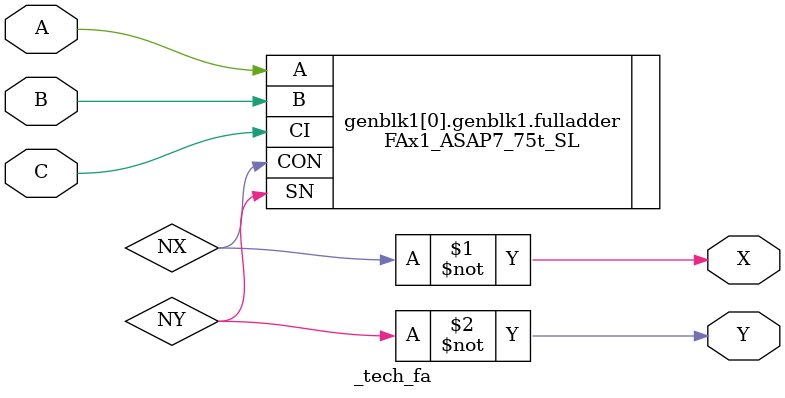
<source format=v>
(* techmap_celltype = "$fa" *)
module _tech_fa (A, B, C, X, Y);
  parameter WIDTH = 1;
  (* force_downto *)
    input [WIDTH-1 : 0] A, B, C;
  (* force_downto *)
    output [WIDTH-1 : 0] X, Y;

  wire [WIDTH-1 : 0] NX, NY;

  parameter _TECHMAP_CONSTVAL_A_ = WIDTH'bx;
  parameter _TECHMAP_CONSTVAL_B_ = WIDTH'bx;
  parameter _TECHMAP_CONSTVAL_C_ = WIDTH'bx;

  genvar i;
  generate for (i = 0; i < WIDTH; i = i + 1) begin
      if (_TECHMAP_CONSTVAL_A_[i] === 1'b0 || _TECHMAP_CONSTVAL_B_[i] === 1'b0 || _TECHMAP_CONSTVAL_C_[i] === 1'b0) begin
        if (_TECHMAP_CONSTVAL_C_[i] === 1'b0) begin
          HAxp5_ASAP7_75t_SL halfadder_Cconst (
              .A(A[i]),
              .B(B[i]),
              .CON(NX[i]), .SN(NY[i])
            );
        end
        else begin
          if (_TECHMAP_CONSTVAL_B_[i] === 1'b0) begin
            HAxp5_ASAP7_75t_SL halfadder_Bconst (
                .A(A[i]),
                .B(C[i]),
                .CON(NX[i]), .SN(NY[i])
              );
          end
          else begin
            HAxp5_ASAP7_75t_SL halfadder_Aconst (
                .A(B[i]),
                .B(C[i]),
                .CON(NX[i]), .SN(NY[i])
              );
          end
        end
      end
      else begin
        FAx1_ASAP7_75t_SL fulladder (
            .A(A[i]), .B(B[i]), .CI(C[i]), .CON(NX[i]), .SN(NY[i])
          );
      end

      assign X[i] = ~NX[i];
      assign Y[i] = ~NY[i];

    end endgenerate

endmodule

</source>
